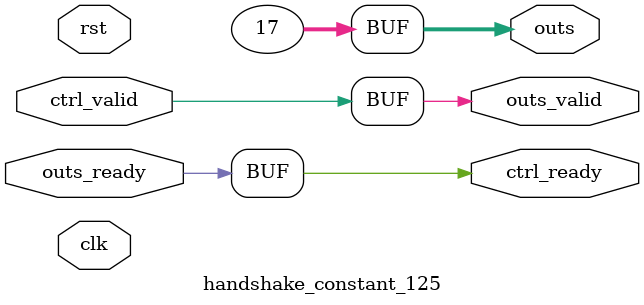
<source format=v>
`timescale 1ns / 1ps
module handshake_constant_125 #(
  parameter DATA_WIDTH = 32  // Default set to 32 bits
) (
  input                       clk,
  input                       rst,
  // Input Channel
  input                       ctrl_valid,
  output                      ctrl_ready,
  // Output Channel
  output [DATA_WIDTH - 1 : 0] outs,
  output                      outs_valid,
  input                       outs_ready
);
  assign outs       = 6'b010001;
  assign outs_valid = ctrl_valid;
  assign ctrl_ready = outs_ready;

endmodule

</source>
